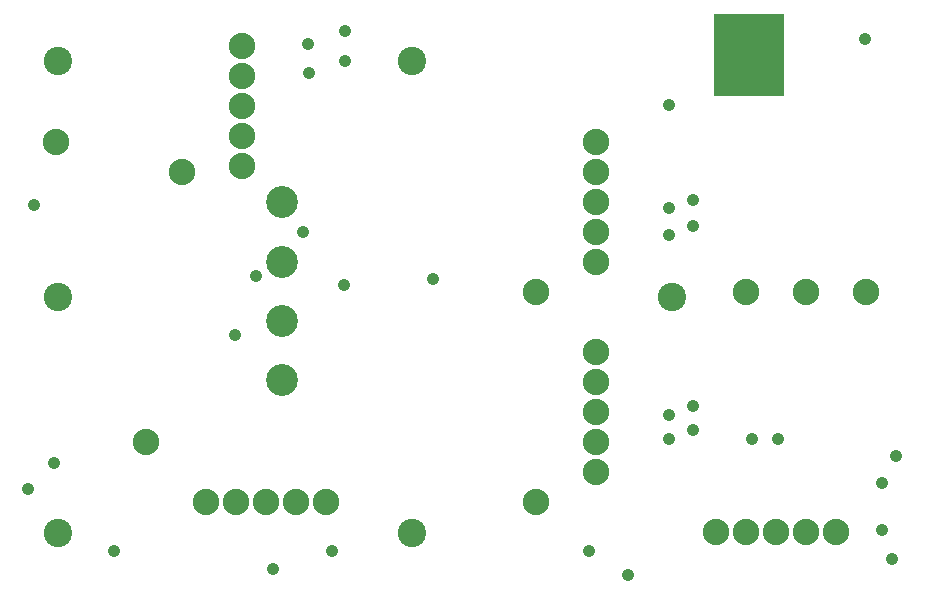
<source format=gbs>
G75*
G70*
%OFA0B0*%
%FSLAX24Y24*%
%IPPOS*%
%LPD*%
%AMOC8*
5,1,8,0,0,1.08239X$1,22.5*
%
%ADD10C,0.0946*%
%ADD11C,0.1064*%
%ADD12R,0.2362X0.2756*%
%ADD13C,0.0420*%
%ADD14C,0.0880*%
D10*
X011165Y005305D03*
X022976Y005305D03*
X031637Y013179D03*
X022976Y021053D03*
X011165Y021053D03*
X011165Y013179D03*
D11*
X018645Y012391D03*
X018645Y014360D03*
X018645Y016328D03*
X018645Y010423D03*
D12*
X034197Y021249D03*
D13*
X010181Y006781D03*
X011047Y007647D03*
X013035Y004714D03*
X018350Y004123D03*
X020319Y004714D03*
X028882Y004714D03*
X030161Y003927D03*
X031539Y008454D03*
X031539Y009242D03*
X032326Y009537D03*
X032326Y008749D03*
X034295Y008454D03*
X035181Y008454D03*
X038626Y006978D03*
X039118Y007864D03*
X038626Y005403D03*
X038980Y004458D03*
X023685Y013769D03*
X020712Y013572D03*
X019334Y015344D03*
X017760Y013868D03*
X017071Y011899D03*
X010378Y016230D03*
X019531Y020659D03*
X020752Y021053D03*
X019492Y021604D03*
X020752Y022037D03*
X031539Y019576D03*
X032326Y016427D03*
X031539Y016131D03*
X032326Y015541D03*
X031539Y015246D03*
X038055Y021761D03*
D14*
X029094Y018336D03*
X029094Y017336D03*
X029094Y016336D03*
X029094Y015336D03*
X029094Y014336D03*
X027094Y013336D03*
X029094Y011336D03*
X029094Y010336D03*
X029094Y009336D03*
X029094Y008336D03*
X029094Y007336D03*
X027094Y006336D03*
X033094Y005336D03*
X034094Y005336D03*
X035094Y005336D03*
X036094Y005336D03*
X037094Y005336D03*
X036094Y013336D03*
X034094Y013336D03*
X038094Y013336D03*
X020094Y006336D03*
X019094Y006336D03*
X018094Y006336D03*
X017094Y006336D03*
X016094Y006336D03*
X014094Y008336D03*
X015307Y017336D03*
X017307Y017549D03*
X017307Y018549D03*
X017307Y019549D03*
X017307Y020549D03*
X017307Y021549D03*
X011094Y018336D03*
M02*

</source>
